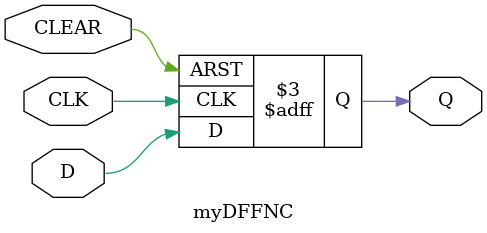
<source format=v>
module myDFFNC (output reg Q, input D, CLK, CLEAR);
	parameter [0:0] INIT = 1'b0;
	initial Q = INIT;
	always @(negedge CLK or posedge CLEAR) begin
		if(CLEAR)
			Q <= 1'b0;
		else
			Q <= D;
	end
endmodule
</source>
